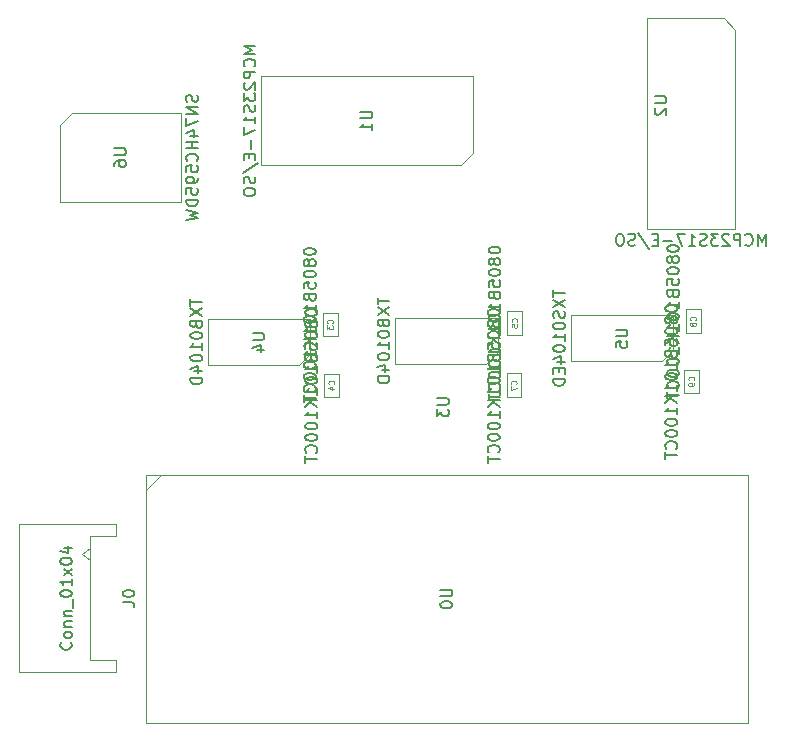
<source format=gbr>
%TF.GenerationSoftware,KiCad,Pcbnew,(5.1.9)-1*%
%TF.CreationDate,2021-05-02T00:53:09+10:00*%
%TF.ProjectId,RedPyKeeb_MCU,52656450-794b-4656-9562-5f4d43552e6b,rev?*%
%TF.SameCoordinates,Original*%
%TF.FileFunction,Other,Fab,Bot*%
%FSLAX46Y46*%
G04 Gerber Fmt 4.6, Leading zero omitted, Abs format (unit mm)*
G04 Created by KiCad (PCBNEW (5.1.9)-1) date 2021-05-02 00:53:09*
%MOMM*%
%LPD*%
G01*
G04 APERTURE LIST*
%ADD10C,0.120000*%
%ADD11C,0.100000*%
%ADD12C,0.150000*%
%ADD13C,0.080000*%
G04 APERTURE END LIST*
D10*
%TO.C,U0*%
X63558600Y-80479900D02*
X62258600Y-81779900D01*
X113258600Y-80479900D02*
X62258600Y-80479900D01*
X113258600Y-101479900D02*
X113258600Y-80479900D01*
X62258600Y-101479900D02*
X113258600Y-101479900D01*
X62258600Y-80479900D02*
X62258600Y-101479900D01*
D11*
%TO.C,U2*%
X112195300Y-42799200D02*
X111195300Y-41799200D01*
X112195300Y-59699200D02*
X112195300Y-42799200D01*
X104695300Y-59699200D02*
X112195300Y-59699200D01*
X104695300Y-41799200D02*
X104695300Y-59699200D01*
X111195300Y-41799200D02*
X104695300Y-41799200D01*
%TO.C,J0*%
X56860493Y-87187400D02*
X57567600Y-87687400D01*
X57567600Y-86687400D02*
X56860493Y-87187400D01*
X57567600Y-96187400D02*
X57567600Y-85687400D01*
X59767600Y-96187400D02*
X57567600Y-96187400D01*
X59767600Y-97187400D02*
X59767600Y-96187400D01*
X51567600Y-97187400D02*
X59767600Y-97187400D01*
X51567600Y-84687400D02*
X51567600Y-97187400D01*
X59767600Y-84687400D02*
X51567600Y-84687400D01*
X59767600Y-85687400D02*
X59767600Y-84687400D01*
X57567600Y-85687400D02*
X59767600Y-85687400D01*
%TO.C,U1*%
X88950600Y-54270600D02*
X89950600Y-53270600D01*
X72050600Y-54270600D02*
X88950600Y-54270600D01*
X72050600Y-46770600D02*
X72050600Y-54270600D01*
X89950600Y-46770600D02*
X72050600Y-46770600D01*
X89950600Y-53270600D02*
X89950600Y-46770600D01*
%TO.C,U3*%
X91081600Y-71114200D02*
X92056600Y-70139200D01*
X83406600Y-71114200D02*
X91081600Y-71114200D01*
X83406600Y-67214200D02*
X83406600Y-71114200D01*
X92056600Y-67214200D02*
X83406600Y-67214200D01*
X92056600Y-70139200D02*
X92056600Y-67214200D01*
%TO.C,C5*%
X92897800Y-66640200D02*
X92897800Y-68640200D01*
X94147800Y-66640200D02*
X92897800Y-66640200D01*
X94147800Y-68640200D02*
X94147800Y-66640200D01*
X92897800Y-68640200D02*
X94147800Y-68640200D01*
%TO.C,C7*%
X92834300Y-71910700D02*
X92834300Y-73910700D01*
X94084300Y-71910700D02*
X92834300Y-71910700D01*
X94084300Y-73910700D02*
X94084300Y-71910700D01*
X92834300Y-73910700D02*
X94084300Y-73910700D01*
%TO.C,C3*%
X77264100Y-66767200D02*
X77264100Y-68767200D01*
X78514100Y-66767200D02*
X77264100Y-66767200D01*
X78514100Y-68767200D02*
X78514100Y-66767200D01*
X77264100Y-68767200D02*
X78514100Y-68767200D01*
%TO.C,C4*%
X77391100Y-73923400D02*
X78641100Y-73923400D01*
X78641100Y-73923400D02*
X78641100Y-71923400D01*
X78641100Y-71923400D02*
X77391100Y-71923400D01*
X77391100Y-71923400D02*
X77391100Y-73923400D01*
%TO.C,C8*%
X108010800Y-68487800D02*
X109260800Y-68487800D01*
X109260800Y-68487800D02*
X109260800Y-66487800D01*
X109260800Y-66487800D02*
X108010800Y-66487800D01*
X108010800Y-66487800D02*
X108010800Y-68487800D01*
%TO.C,C9*%
X107871100Y-71593200D02*
X107871100Y-73593200D01*
X109121100Y-71593200D02*
X107871100Y-71593200D01*
X109121100Y-73593200D02*
X109121100Y-71593200D01*
X107871100Y-73593200D02*
X109121100Y-73593200D01*
%TO.C,U4*%
X75232000Y-71215800D02*
X76207000Y-70240800D01*
X67557000Y-71215800D02*
X75232000Y-71215800D01*
X67557000Y-67315800D02*
X67557000Y-71215800D01*
X76207000Y-67315800D02*
X67557000Y-67315800D01*
X76207000Y-70240800D02*
X76207000Y-67315800D01*
%TO.C,U5*%
X106928300Y-69923300D02*
X106928300Y-66998300D01*
X106928300Y-66998300D02*
X98278300Y-66998300D01*
X98278300Y-66998300D02*
X98278300Y-70898300D01*
X98278300Y-70898300D02*
X105953300Y-70898300D01*
X105953300Y-70898300D02*
X106928300Y-69923300D01*
%TO.C,U6*%
X55999301Y-49880801D02*
X54999301Y-50880801D01*
X65299301Y-49880801D02*
X55999301Y-49880801D01*
X65299301Y-57380801D02*
X65299301Y-49880801D01*
X54999301Y-57380801D02*
X65299301Y-57380801D01*
X54999301Y-50880801D02*
X54999301Y-57380801D01*
%TD*%
%TO.C,U0*%
D12*
X87210980Y-90217995D02*
X88020504Y-90217995D01*
X88115742Y-90265614D01*
X88163361Y-90313233D01*
X88210980Y-90408471D01*
X88210980Y-90598947D01*
X88163361Y-90694185D01*
X88115742Y-90741804D01*
X88020504Y-90789423D01*
X87210980Y-90789423D01*
X87210980Y-91456090D02*
X87210980Y-91551328D01*
X87258600Y-91646566D01*
X87306219Y-91694185D01*
X87401457Y-91741804D01*
X87591933Y-91789423D01*
X87830028Y-91789423D01*
X88020504Y-91741804D01*
X88115742Y-91694185D01*
X88163361Y-91646566D01*
X88210980Y-91551328D01*
X88210980Y-91456090D01*
X88163361Y-91360852D01*
X88115742Y-91313233D01*
X88020504Y-91265614D01*
X87830028Y-91217995D01*
X87591933Y-91217995D01*
X87401457Y-91265614D01*
X87306219Y-91313233D01*
X87258600Y-91360852D01*
X87210980Y-91456090D01*
%TO.C,U2*%
X114754823Y-61101580D02*
X114754823Y-60101580D01*
X114421490Y-60815866D01*
X114088157Y-60101580D01*
X114088157Y-61101580D01*
X113040538Y-61006342D02*
X113088157Y-61053961D01*
X113231014Y-61101580D01*
X113326252Y-61101580D01*
X113469109Y-61053961D01*
X113564347Y-60958723D01*
X113611966Y-60863485D01*
X113659585Y-60673009D01*
X113659585Y-60530152D01*
X113611966Y-60339676D01*
X113564347Y-60244438D01*
X113469109Y-60149200D01*
X113326252Y-60101580D01*
X113231014Y-60101580D01*
X113088157Y-60149200D01*
X113040538Y-60196819D01*
X112611966Y-61101580D02*
X112611966Y-60101580D01*
X112231014Y-60101580D01*
X112135776Y-60149200D01*
X112088157Y-60196819D01*
X112040538Y-60292057D01*
X112040538Y-60434914D01*
X112088157Y-60530152D01*
X112135776Y-60577771D01*
X112231014Y-60625390D01*
X112611966Y-60625390D01*
X111659585Y-60196819D02*
X111611966Y-60149200D01*
X111516728Y-60101580D01*
X111278633Y-60101580D01*
X111183395Y-60149200D01*
X111135776Y-60196819D01*
X111088157Y-60292057D01*
X111088157Y-60387295D01*
X111135776Y-60530152D01*
X111707204Y-61101580D01*
X111088157Y-61101580D01*
X110754823Y-60101580D02*
X110135776Y-60101580D01*
X110469109Y-60482533D01*
X110326252Y-60482533D01*
X110231014Y-60530152D01*
X110183395Y-60577771D01*
X110135776Y-60673009D01*
X110135776Y-60911104D01*
X110183395Y-61006342D01*
X110231014Y-61053961D01*
X110326252Y-61101580D01*
X110611966Y-61101580D01*
X110707204Y-61053961D01*
X110754823Y-61006342D01*
X109754823Y-61053961D02*
X109611966Y-61101580D01*
X109373871Y-61101580D01*
X109278633Y-61053961D01*
X109231014Y-61006342D01*
X109183395Y-60911104D01*
X109183395Y-60815866D01*
X109231014Y-60720628D01*
X109278633Y-60673009D01*
X109373871Y-60625390D01*
X109564347Y-60577771D01*
X109659585Y-60530152D01*
X109707204Y-60482533D01*
X109754823Y-60387295D01*
X109754823Y-60292057D01*
X109707204Y-60196819D01*
X109659585Y-60149200D01*
X109564347Y-60101580D01*
X109326252Y-60101580D01*
X109183395Y-60149200D01*
X108231014Y-61101580D02*
X108802442Y-61101580D01*
X108516728Y-61101580D02*
X108516728Y-60101580D01*
X108611966Y-60244438D01*
X108707204Y-60339676D01*
X108802442Y-60387295D01*
X107897680Y-60101580D02*
X107231014Y-60101580D01*
X107659585Y-61101580D01*
X106850061Y-60720628D02*
X106088157Y-60720628D01*
X105611966Y-60577771D02*
X105278633Y-60577771D01*
X105135776Y-61101580D02*
X105611966Y-61101580D01*
X105611966Y-60101580D01*
X105135776Y-60101580D01*
X103992919Y-60053961D02*
X104850061Y-61339676D01*
X103707204Y-61053961D02*
X103564347Y-61101580D01*
X103326252Y-61101580D01*
X103231014Y-61053961D01*
X103183395Y-61006342D01*
X103135776Y-60911104D01*
X103135776Y-60815866D01*
X103183395Y-60720628D01*
X103231014Y-60673009D01*
X103326252Y-60625390D01*
X103516728Y-60577771D01*
X103611966Y-60530152D01*
X103659585Y-60482533D01*
X103707204Y-60387295D01*
X103707204Y-60292057D01*
X103659585Y-60196819D01*
X103611966Y-60149200D01*
X103516728Y-60101580D01*
X103278633Y-60101580D01*
X103135776Y-60149200D01*
X102516728Y-60101580D02*
X102326252Y-60101580D01*
X102231014Y-60149200D01*
X102135776Y-60244438D01*
X102088157Y-60434914D01*
X102088157Y-60768247D01*
X102135776Y-60958723D01*
X102231014Y-61053961D01*
X102326252Y-61101580D01*
X102516728Y-61101580D01*
X102611966Y-61053961D01*
X102707204Y-60958723D01*
X102754823Y-60768247D01*
X102754823Y-60434914D01*
X102707204Y-60244438D01*
X102611966Y-60149200D01*
X102516728Y-60101580D01*
X105357680Y-48463295D02*
X106167204Y-48463295D01*
X106262442Y-48510914D01*
X106310061Y-48558533D01*
X106357680Y-48653771D01*
X106357680Y-48844247D01*
X106310061Y-48939485D01*
X106262442Y-48987104D01*
X106167204Y-49034723D01*
X105357680Y-49034723D01*
X105452919Y-49463295D02*
X105405300Y-49510914D01*
X105357680Y-49606152D01*
X105357680Y-49844247D01*
X105405300Y-49939485D01*
X105452919Y-49987104D01*
X105548157Y-50034723D01*
X105643395Y-50034723D01*
X105786252Y-49987104D01*
X106357680Y-49415676D01*
X106357680Y-50034723D01*
%TO.C,J0*%
X55924742Y-94675495D02*
X55972361Y-94723114D01*
X56019980Y-94865971D01*
X56019980Y-94961209D01*
X55972361Y-95104066D01*
X55877123Y-95199304D01*
X55781885Y-95246923D01*
X55591409Y-95294542D01*
X55448552Y-95294542D01*
X55258076Y-95246923D01*
X55162838Y-95199304D01*
X55067600Y-95104066D01*
X55019980Y-94961209D01*
X55019980Y-94865971D01*
X55067600Y-94723114D01*
X55115219Y-94675495D01*
X56019980Y-94104066D02*
X55972361Y-94199304D01*
X55924742Y-94246923D01*
X55829504Y-94294542D01*
X55543790Y-94294542D01*
X55448552Y-94246923D01*
X55400933Y-94199304D01*
X55353314Y-94104066D01*
X55353314Y-93961209D01*
X55400933Y-93865971D01*
X55448552Y-93818352D01*
X55543790Y-93770733D01*
X55829504Y-93770733D01*
X55924742Y-93818352D01*
X55972361Y-93865971D01*
X56019980Y-93961209D01*
X56019980Y-94104066D01*
X55353314Y-93342161D02*
X56019980Y-93342161D01*
X55448552Y-93342161D02*
X55400933Y-93294542D01*
X55353314Y-93199304D01*
X55353314Y-93056447D01*
X55400933Y-92961209D01*
X55496171Y-92913590D01*
X56019980Y-92913590D01*
X55353314Y-92437400D02*
X56019980Y-92437400D01*
X55448552Y-92437400D02*
X55400933Y-92389780D01*
X55353314Y-92294542D01*
X55353314Y-92151685D01*
X55400933Y-92056447D01*
X55496171Y-92008828D01*
X56019980Y-92008828D01*
X56115219Y-91770733D02*
X56115219Y-91008828D01*
X55019980Y-90580257D02*
X55019980Y-90485019D01*
X55067600Y-90389780D01*
X55115219Y-90342161D01*
X55210457Y-90294542D01*
X55400933Y-90246923D01*
X55639028Y-90246923D01*
X55829504Y-90294542D01*
X55924742Y-90342161D01*
X55972361Y-90389780D01*
X56019980Y-90485019D01*
X56019980Y-90580257D01*
X55972361Y-90675495D01*
X55924742Y-90723114D01*
X55829504Y-90770733D01*
X55639028Y-90818352D01*
X55400933Y-90818352D01*
X55210457Y-90770733D01*
X55115219Y-90723114D01*
X55067600Y-90675495D01*
X55019980Y-90580257D01*
X56019980Y-89294542D02*
X56019980Y-89865971D01*
X56019980Y-89580257D02*
X55019980Y-89580257D01*
X55162838Y-89675495D01*
X55258076Y-89770733D01*
X55305695Y-89865971D01*
X56019980Y-88961209D02*
X55353314Y-88437400D01*
X55353314Y-88961209D02*
X56019980Y-88437400D01*
X55019980Y-87865971D02*
X55019980Y-87770733D01*
X55067600Y-87675495D01*
X55115219Y-87627876D01*
X55210457Y-87580257D01*
X55400933Y-87532638D01*
X55639028Y-87532638D01*
X55829504Y-87580257D01*
X55924742Y-87627876D01*
X55972361Y-87675495D01*
X56019980Y-87770733D01*
X56019980Y-87865971D01*
X55972361Y-87961209D01*
X55924742Y-88008828D01*
X55829504Y-88056447D01*
X55639028Y-88104066D01*
X55400933Y-88104066D01*
X55210457Y-88056447D01*
X55115219Y-88008828D01*
X55067600Y-87961209D01*
X55019980Y-87865971D01*
X55353314Y-86675495D02*
X56019980Y-86675495D01*
X54972361Y-86913590D02*
X55686647Y-87151685D01*
X55686647Y-86532638D01*
X60319980Y-91270733D02*
X61034266Y-91270733D01*
X61177123Y-91318352D01*
X61272361Y-91413590D01*
X61319980Y-91556447D01*
X61319980Y-91651685D01*
X60319980Y-90604066D02*
X60319980Y-90508828D01*
X60367600Y-90413590D01*
X60415219Y-90365971D01*
X60510457Y-90318352D01*
X60700933Y-90270733D01*
X60939028Y-90270733D01*
X61129504Y-90318352D01*
X61224742Y-90365971D01*
X61272361Y-90413590D01*
X61319980Y-90508828D01*
X61319980Y-90604066D01*
X61272361Y-90699304D01*
X61224742Y-90746923D01*
X61129504Y-90794542D01*
X60939028Y-90842161D01*
X60700933Y-90842161D01*
X60510457Y-90794542D01*
X60415219Y-90746923D01*
X60367600Y-90699304D01*
X60319980Y-90604066D01*
%TO.C,U1*%
X71552980Y-44211076D02*
X70552980Y-44211076D01*
X71267266Y-44544409D01*
X70552980Y-44877742D01*
X71552980Y-44877742D01*
X71457742Y-45925361D02*
X71505361Y-45877742D01*
X71552980Y-45734885D01*
X71552980Y-45639647D01*
X71505361Y-45496790D01*
X71410123Y-45401552D01*
X71314885Y-45353933D01*
X71124409Y-45306314D01*
X70981552Y-45306314D01*
X70791076Y-45353933D01*
X70695838Y-45401552D01*
X70600600Y-45496790D01*
X70552980Y-45639647D01*
X70552980Y-45734885D01*
X70600600Y-45877742D01*
X70648219Y-45925361D01*
X71552980Y-46353933D02*
X70552980Y-46353933D01*
X70552980Y-46734885D01*
X70600600Y-46830123D01*
X70648219Y-46877742D01*
X70743457Y-46925361D01*
X70886314Y-46925361D01*
X70981552Y-46877742D01*
X71029171Y-46830123D01*
X71076790Y-46734885D01*
X71076790Y-46353933D01*
X70648219Y-47306314D02*
X70600600Y-47353933D01*
X70552980Y-47449171D01*
X70552980Y-47687266D01*
X70600600Y-47782504D01*
X70648219Y-47830123D01*
X70743457Y-47877742D01*
X70838695Y-47877742D01*
X70981552Y-47830123D01*
X71552980Y-47258695D01*
X71552980Y-47877742D01*
X70552980Y-48211076D02*
X70552980Y-48830123D01*
X70933933Y-48496790D01*
X70933933Y-48639647D01*
X70981552Y-48734885D01*
X71029171Y-48782504D01*
X71124409Y-48830123D01*
X71362504Y-48830123D01*
X71457742Y-48782504D01*
X71505361Y-48734885D01*
X71552980Y-48639647D01*
X71552980Y-48353933D01*
X71505361Y-48258695D01*
X71457742Y-48211076D01*
X71505361Y-49211076D02*
X71552980Y-49353933D01*
X71552980Y-49592028D01*
X71505361Y-49687266D01*
X71457742Y-49734885D01*
X71362504Y-49782504D01*
X71267266Y-49782504D01*
X71172028Y-49734885D01*
X71124409Y-49687266D01*
X71076790Y-49592028D01*
X71029171Y-49401552D01*
X70981552Y-49306314D01*
X70933933Y-49258695D01*
X70838695Y-49211076D01*
X70743457Y-49211076D01*
X70648219Y-49258695D01*
X70600600Y-49306314D01*
X70552980Y-49401552D01*
X70552980Y-49639647D01*
X70600600Y-49782504D01*
X71552980Y-50734885D02*
X71552980Y-50163457D01*
X71552980Y-50449171D02*
X70552980Y-50449171D01*
X70695838Y-50353933D01*
X70791076Y-50258695D01*
X70838695Y-50163457D01*
X70552980Y-51068219D02*
X70552980Y-51734885D01*
X71552980Y-51306314D01*
X71172028Y-52115838D02*
X71172028Y-52877742D01*
X71029171Y-53353933D02*
X71029171Y-53687266D01*
X71552980Y-53830123D02*
X71552980Y-53353933D01*
X70552980Y-53353933D01*
X70552980Y-53830123D01*
X70505361Y-54972980D02*
X71791076Y-54115838D01*
X71505361Y-55258695D02*
X71552980Y-55401552D01*
X71552980Y-55639647D01*
X71505361Y-55734885D01*
X71457742Y-55782504D01*
X71362504Y-55830123D01*
X71267266Y-55830123D01*
X71172028Y-55782504D01*
X71124409Y-55734885D01*
X71076790Y-55639647D01*
X71029171Y-55449171D01*
X70981552Y-55353933D01*
X70933933Y-55306314D01*
X70838695Y-55258695D01*
X70743457Y-55258695D01*
X70648219Y-55306314D01*
X70600600Y-55353933D01*
X70552980Y-55449171D01*
X70552980Y-55687266D01*
X70600600Y-55830123D01*
X70552980Y-56449171D02*
X70552980Y-56639647D01*
X70600600Y-56734885D01*
X70695838Y-56830123D01*
X70886314Y-56877742D01*
X71219647Y-56877742D01*
X71410123Y-56830123D01*
X71505361Y-56734885D01*
X71552980Y-56639647D01*
X71552980Y-56449171D01*
X71505361Y-56353933D01*
X71410123Y-56258695D01*
X71219647Y-56211076D01*
X70886314Y-56211076D01*
X70695838Y-56258695D01*
X70600600Y-56353933D01*
X70552980Y-56449171D01*
X80452980Y-49758695D02*
X81262504Y-49758695D01*
X81357742Y-49806314D01*
X81405361Y-49853933D01*
X81452980Y-49949171D01*
X81452980Y-50139647D01*
X81405361Y-50234885D01*
X81357742Y-50282504D01*
X81262504Y-50330123D01*
X80452980Y-50330123D01*
X81452980Y-51330123D02*
X81452980Y-50758695D01*
X81452980Y-51044409D02*
X80452980Y-51044409D01*
X80595838Y-50949171D01*
X80691076Y-50853933D01*
X80738695Y-50758695D01*
%TO.C,U3*%
X81903980Y-65497533D02*
X81903980Y-66068961D01*
X82903980Y-65783247D02*
X81903980Y-65783247D01*
X81903980Y-66307057D02*
X82903980Y-66973723D01*
X81903980Y-66973723D02*
X82903980Y-66307057D01*
X82380171Y-67688009D02*
X82427790Y-67830866D01*
X82475409Y-67878485D01*
X82570647Y-67926104D01*
X82713504Y-67926104D01*
X82808742Y-67878485D01*
X82856361Y-67830866D01*
X82903980Y-67735628D01*
X82903980Y-67354676D01*
X81903980Y-67354676D01*
X81903980Y-67688009D01*
X81951600Y-67783247D01*
X81999219Y-67830866D01*
X82094457Y-67878485D01*
X82189695Y-67878485D01*
X82284933Y-67830866D01*
X82332552Y-67783247D01*
X82380171Y-67688009D01*
X82380171Y-67354676D01*
X81903980Y-68545152D02*
X81903980Y-68640390D01*
X81951600Y-68735628D01*
X81999219Y-68783247D01*
X82094457Y-68830866D01*
X82284933Y-68878485D01*
X82523028Y-68878485D01*
X82713504Y-68830866D01*
X82808742Y-68783247D01*
X82856361Y-68735628D01*
X82903980Y-68640390D01*
X82903980Y-68545152D01*
X82856361Y-68449914D01*
X82808742Y-68402295D01*
X82713504Y-68354676D01*
X82523028Y-68307057D01*
X82284933Y-68307057D01*
X82094457Y-68354676D01*
X81999219Y-68402295D01*
X81951600Y-68449914D01*
X81903980Y-68545152D01*
X82903980Y-69830866D02*
X82903980Y-69259438D01*
X82903980Y-69545152D02*
X81903980Y-69545152D01*
X82046838Y-69449914D01*
X82142076Y-69354676D01*
X82189695Y-69259438D01*
X81903980Y-70449914D02*
X81903980Y-70545152D01*
X81951600Y-70640390D01*
X81999219Y-70688009D01*
X82094457Y-70735628D01*
X82284933Y-70783247D01*
X82523028Y-70783247D01*
X82713504Y-70735628D01*
X82808742Y-70688009D01*
X82856361Y-70640390D01*
X82903980Y-70545152D01*
X82903980Y-70449914D01*
X82856361Y-70354676D01*
X82808742Y-70307057D01*
X82713504Y-70259438D01*
X82523028Y-70211819D01*
X82284933Y-70211819D01*
X82094457Y-70259438D01*
X81999219Y-70307057D01*
X81951600Y-70354676D01*
X81903980Y-70449914D01*
X82237314Y-71640390D02*
X82903980Y-71640390D01*
X81856361Y-71402295D02*
X82570647Y-71164200D01*
X82570647Y-71783247D01*
X82903980Y-72164200D02*
X81903980Y-72164200D01*
X81903980Y-72402295D01*
X81951600Y-72545152D01*
X82046838Y-72640390D01*
X82142076Y-72688009D01*
X82332552Y-72735628D01*
X82475409Y-72735628D01*
X82665885Y-72688009D01*
X82761123Y-72640390D01*
X82856361Y-72545152D01*
X82903980Y-72402295D01*
X82903980Y-72164200D01*
X86940933Y-74005533D02*
X87734266Y-74005533D01*
X87827600Y-74052200D01*
X87874266Y-74098866D01*
X87920933Y-74192200D01*
X87920933Y-74378866D01*
X87874266Y-74472200D01*
X87827600Y-74518866D01*
X87734266Y-74565533D01*
X86940933Y-74565533D01*
X86940933Y-74938866D02*
X86940933Y-75545533D01*
X87314266Y-75218866D01*
X87314266Y-75358866D01*
X87360933Y-75452200D01*
X87407600Y-75498866D01*
X87500933Y-75545533D01*
X87734266Y-75545533D01*
X87827600Y-75498866D01*
X87874266Y-75452200D01*
X87920933Y-75358866D01*
X87920933Y-75078866D01*
X87874266Y-74985533D01*
X87827600Y-74938866D01*
%TO.C,C5*%
X91295180Y-61425914D02*
X91295180Y-61521152D01*
X91342800Y-61616390D01*
X91390419Y-61664009D01*
X91485657Y-61711628D01*
X91676133Y-61759247D01*
X91914228Y-61759247D01*
X92104704Y-61711628D01*
X92199942Y-61664009D01*
X92247561Y-61616390D01*
X92295180Y-61521152D01*
X92295180Y-61425914D01*
X92247561Y-61330676D01*
X92199942Y-61283057D01*
X92104704Y-61235438D01*
X91914228Y-61187819D01*
X91676133Y-61187819D01*
X91485657Y-61235438D01*
X91390419Y-61283057D01*
X91342800Y-61330676D01*
X91295180Y-61425914D01*
X91723752Y-62330676D02*
X91676133Y-62235438D01*
X91628514Y-62187819D01*
X91533276Y-62140200D01*
X91485657Y-62140200D01*
X91390419Y-62187819D01*
X91342800Y-62235438D01*
X91295180Y-62330676D01*
X91295180Y-62521152D01*
X91342800Y-62616390D01*
X91390419Y-62664009D01*
X91485657Y-62711628D01*
X91533276Y-62711628D01*
X91628514Y-62664009D01*
X91676133Y-62616390D01*
X91723752Y-62521152D01*
X91723752Y-62330676D01*
X91771371Y-62235438D01*
X91818990Y-62187819D01*
X91914228Y-62140200D01*
X92104704Y-62140200D01*
X92199942Y-62187819D01*
X92247561Y-62235438D01*
X92295180Y-62330676D01*
X92295180Y-62521152D01*
X92247561Y-62616390D01*
X92199942Y-62664009D01*
X92104704Y-62711628D01*
X91914228Y-62711628D01*
X91818990Y-62664009D01*
X91771371Y-62616390D01*
X91723752Y-62521152D01*
X91295180Y-63330676D02*
X91295180Y-63425914D01*
X91342800Y-63521152D01*
X91390419Y-63568771D01*
X91485657Y-63616390D01*
X91676133Y-63664009D01*
X91914228Y-63664009D01*
X92104704Y-63616390D01*
X92199942Y-63568771D01*
X92247561Y-63521152D01*
X92295180Y-63425914D01*
X92295180Y-63330676D01*
X92247561Y-63235438D01*
X92199942Y-63187819D01*
X92104704Y-63140200D01*
X91914228Y-63092580D01*
X91676133Y-63092580D01*
X91485657Y-63140200D01*
X91390419Y-63187819D01*
X91342800Y-63235438D01*
X91295180Y-63330676D01*
X91295180Y-64568771D02*
X91295180Y-64092580D01*
X91771371Y-64044961D01*
X91723752Y-64092580D01*
X91676133Y-64187819D01*
X91676133Y-64425914D01*
X91723752Y-64521152D01*
X91771371Y-64568771D01*
X91866609Y-64616390D01*
X92104704Y-64616390D01*
X92199942Y-64568771D01*
X92247561Y-64521152D01*
X92295180Y-64425914D01*
X92295180Y-64187819D01*
X92247561Y-64092580D01*
X92199942Y-64044961D01*
X91771371Y-65378295D02*
X91818990Y-65521152D01*
X91866609Y-65568771D01*
X91961847Y-65616390D01*
X92104704Y-65616390D01*
X92199942Y-65568771D01*
X92247561Y-65521152D01*
X92295180Y-65425914D01*
X92295180Y-65044961D01*
X91295180Y-65044961D01*
X91295180Y-65378295D01*
X91342800Y-65473533D01*
X91390419Y-65521152D01*
X91485657Y-65568771D01*
X91580895Y-65568771D01*
X91676133Y-65521152D01*
X91723752Y-65473533D01*
X91771371Y-65378295D01*
X91771371Y-65044961D01*
X92295180Y-66568771D02*
X92295180Y-65997342D01*
X92295180Y-66283057D02*
X91295180Y-66283057D01*
X91438038Y-66187819D01*
X91533276Y-66092580D01*
X91580895Y-65997342D01*
X91295180Y-67187819D02*
X91295180Y-67283057D01*
X91342800Y-67378295D01*
X91390419Y-67425914D01*
X91485657Y-67473533D01*
X91676133Y-67521152D01*
X91914228Y-67521152D01*
X92104704Y-67473533D01*
X92199942Y-67425914D01*
X92247561Y-67378295D01*
X92295180Y-67283057D01*
X92295180Y-67187819D01*
X92247561Y-67092580D01*
X92199942Y-67044961D01*
X92104704Y-66997342D01*
X91914228Y-66949723D01*
X91676133Y-66949723D01*
X91485657Y-66997342D01*
X91390419Y-67044961D01*
X91342800Y-67092580D01*
X91295180Y-67187819D01*
X92295180Y-68473533D02*
X92295180Y-67902104D01*
X92295180Y-68187819D02*
X91295180Y-68187819D01*
X91438038Y-68092580D01*
X91533276Y-67997342D01*
X91580895Y-67902104D01*
X92295180Y-68902104D02*
X91295180Y-68902104D01*
X92295180Y-69473533D02*
X91723752Y-69044961D01*
X91295180Y-69473533D02*
X91866609Y-68902104D01*
X92295180Y-70425914D02*
X92295180Y-69854485D01*
X92295180Y-70140200D02*
X91295180Y-70140200D01*
X91438038Y-70044961D01*
X91533276Y-69949723D01*
X91580895Y-69854485D01*
X91295180Y-71044961D02*
X91295180Y-71140200D01*
X91342800Y-71235438D01*
X91390419Y-71283057D01*
X91485657Y-71330676D01*
X91676133Y-71378295D01*
X91914228Y-71378295D01*
X92104704Y-71330676D01*
X92199942Y-71283057D01*
X92247561Y-71235438D01*
X92295180Y-71140200D01*
X92295180Y-71044961D01*
X92247561Y-70949723D01*
X92199942Y-70902104D01*
X92104704Y-70854485D01*
X91914228Y-70806866D01*
X91676133Y-70806866D01*
X91485657Y-70854485D01*
X91390419Y-70902104D01*
X91342800Y-70949723D01*
X91295180Y-71044961D01*
X91295180Y-71997342D02*
X91295180Y-72092580D01*
X91342800Y-72187819D01*
X91390419Y-72235438D01*
X91485657Y-72283057D01*
X91676133Y-72330676D01*
X91914228Y-72330676D01*
X92104704Y-72283057D01*
X92199942Y-72235438D01*
X92247561Y-72187819D01*
X92295180Y-72092580D01*
X92295180Y-71997342D01*
X92247561Y-71902104D01*
X92199942Y-71854485D01*
X92104704Y-71806866D01*
X91914228Y-71759247D01*
X91676133Y-71759247D01*
X91485657Y-71806866D01*
X91390419Y-71854485D01*
X91342800Y-71902104D01*
X91295180Y-71997342D01*
X92199942Y-73330676D02*
X92247561Y-73283057D01*
X92295180Y-73140200D01*
X92295180Y-73044961D01*
X92247561Y-72902104D01*
X92152323Y-72806866D01*
X92057085Y-72759247D01*
X91866609Y-72711628D01*
X91723752Y-72711628D01*
X91533276Y-72759247D01*
X91438038Y-72806866D01*
X91342800Y-72902104D01*
X91295180Y-73044961D01*
X91295180Y-73140200D01*
X91342800Y-73283057D01*
X91390419Y-73330676D01*
X91295180Y-73616390D02*
X91295180Y-74187819D01*
X92295180Y-73902104D02*
X91295180Y-73902104D01*
D13*
X93701371Y-67556866D02*
X93725180Y-67533057D01*
X93748990Y-67461628D01*
X93748990Y-67414009D01*
X93725180Y-67342580D01*
X93677561Y-67294961D01*
X93629942Y-67271152D01*
X93534704Y-67247342D01*
X93463276Y-67247342D01*
X93368038Y-67271152D01*
X93320419Y-67294961D01*
X93272800Y-67342580D01*
X93248990Y-67414009D01*
X93248990Y-67461628D01*
X93272800Y-67533057D01*
X93296609Y-67556866D01*
X93248990Y-68009247D02*
X93248990Y-67771152D01*
X93487085Y-67747342D01*
X93463276Y-67771152D01*
X93439466Y-67818771D01*
X93439466Y-67937819D01*
X93463276Y-67985438D01*
X93487085Y-68009247D01*
X93534704Y-68033057D01*
X93653752Y-68033057D01*
X93701371Y-68009247D01*
X93725180Y-67985438D01*
X93748990Y-67937819D01*
X93748990Y-67818771D01*
X93725180Y-67771152D01*
X93701371Y-67747342D01*
%TO.C,C7*%
D12*
X91231680Y-66696414D02*
X91231680Y-66791652D01*
X91279300Y-66886890D01*
X91326919Y-66934509D01*
X91422157Y-66982128D01*
X91612633Y-67029747D01*
X91850728Y-67029747D01*
X92041204Y-66982128D01*
X92136442Y-66934509D01*
X92184061Y-66886890D01*
X92231680Y-66791652D01*
X92231680Y-66696414D01*
X92184061Y-66601176D01*
X92136442Y-66553557D01*
X92041204Y-66505938D01*
X91850728Y-66458319D01*
X91612633Y-66458319D01*
X91422157Y-66505938D01*
X91326919Y-66553557D01*
X91279300Y-66601176D01*
X91231680Y-66696414D01*
X91660252Y-67601176D02*
X91612633Y-67505938D01*
X91565014Y-67458319D01*
X91469776Y-67410700D01*
X91422157Y-67410700D01*
X91326919Y-67458319D01*
X91279300Y-67505938D01*
X91231680Y-67601176D01*
X91231680Y-67791652D01*
X91279300Y-67886890D01*
X91326919Y-67934509D01*
X91422157Y-67982128D01*
X91469776Y-67982128D01*
X91565014Y-67934509D01*
X91612633Y-67886890D01*
X91660252Y-67791652D01*
X91660252Y-67601176D01*
X91707871Y-67505938D01*
X91755490Y-67458319D01*
X91850728Y-67410700D01*
X92041204Y-67410700D01*
X92136442Y-67458319D01*
X92184061Y-67505938D01*
X92231680Y-67601176D01*
X92231680Y-67791652D01*
X92184061Y-67886890D01*
X92136442Y-67934509D01*
X92041204Y-67982128D01*
X91850728Y-67982128D01*
X91755490Y-67934509D01*
X91707871Y-67886890D01*
X91660252Y-67791652D01*
X91231680Y-68601176D02*
X91231680Y-68696414D01*
X91279300Y-68791652D01*
X91326919Y-68839271D01*
X91422157Y-68886890D01*
X91612633Y-68934509D01*
X91850728Y-68934509D01*
X92041204Y-68886890D01*
X92136442Y-68839271D01*
X92184061Y-68791652D01*
X92231680Y-68696414D01*
X92231680Y-68601176D01*
X92184061Y-68505938D01*
X92136442Y-68458319D01*
X92041204Y-68410700D01*
X91850728Y-68363080D01*
X91612633Y-68363080D01*
X91422157Y-68410700D01*
X91326919Y-68458319D01*
X91279300Y-68505938D01*
X91231680Y-68601176D01*
X91231680Y-69839271D02*
X91231680Y-69363080D01*
X91707871Y-69315461D01*
X91660252Y-69363080D01*
X91612633Y-69458319D01*
X91612633Y-69696414D01*
X91660252Y-69791652D01*
X91707871Y-69839271D01*
X91803109Y-69886890D01*
X92041204Y-69886890D01*
X92136442Y-69839271D01*
X92184061Y-69791652D01*
X92231680Y-69696414D01*
X92231680Y-69458319D01*
X92184061Y-69363080D01*
X92136442Y-69315461D01*
X91707871Y-70648795D02*
X91755490Y-70791652D01*
X91803109Y-70839271D01*
X91898347Y-70886890D01*
X92041204Y-70886890D01*
X92136442Y-70839271D01*
X92184061Y-70791652D01*
X92231680Y-70696414D01*
X92231680Y-70315461D01*
X91231680Y-70315461D01*
X91231680Y-70648795D01*
X91279300Y-70744033D01*
X91326919Y-70791652D01*
X91422157Y-70839271D01*
X91517395Y-70839271D01*
X91612633Y-70791652D01*
X91660252Y-70744033D01*
X91707871Y-70648795D01*
X91707871Y-70315461D01*
X92231680Y-71839271D02*
X92231680Y-71267842D01*
X92231680Y-71553557D02*
X91231680Y-71553557D01*
X91374538Y-71458319D01*
X91469776Y-71363080D01*
X91517395Y-71267842D01*
X91231680Y-72458319D02*
X91231680Y-72553557D01*
X91279300Y-72648795D01*
X91326919Y-72696414D01*
X91422157Y-72744033D01*
X91612633Y-72791652D01*
X91850728Y-72791652D01*
X92041204Y-72744033D01*
X92136442Y-72696414D01*
X92184061Y-72648795D01*
X92231680Y-72553557D01*
X92231680Y-72458319D01*
X92184061Y-72363080D01*
X92136442Y-72315461D01*
X92041204Y-72267842D01*
X91850728Y-72220223D01*
X91612633Y-72220223D01*
X91422157Y-72267842D01*
X91326919Y-72315461D01*
X91279300Y-72363080D01*
X91231680Y-72458319D01*
X92231680Y-73744033D02*
X92231680Y-73172604D01*
X92231680Y-73458319D02*
X91231680Y-73458319D01*
X91374538Y-73363080D01*
X91469776Y-73267842D01*
X91517395Y-73172604D01*
X92231680Y-74172604D02*
X91231680Y-74172604D01*
X92231680Y-74744033D02*
X91660252Y-74315461D01*
X91231680Y-74744033D02*
X91803109Y-74172604D01*
X92231680Y-75696414D02*
X92231680Y-75124985D01*
X92231680Y-75410700D02*
X91231680Y-75410700D01*
X91374538Y-75315461D01*
X91469776Y-75220223D01*
X91517395Y-75124985D01*
X91231680Y-76315461D02*
X91231680Y-76410700D01*
X91279300Y-76505938D01*
X91326919Y-76553557D01*
X91422157Y-76601176D01*
X91612633Y-76648795D01*
X91850728Y-76648795D01*
X92041204Y-76601176D01*
X92136442Y-76553557D01*
X92184061Y-76505938D01*
X92231680Y-76410700D01*
X92231680Y-76315461D01*
X92184061Y-76220223D01*
X92136442Y-76172604D01*
X92041204Y-76124985D01*
X91850728Y-76077366D01*
X91612633Y-76077366D01*
X91422157Y-76124985D01*
X91326919Y-76172604D01*
X91279300Y-76220223D01*
X91231680Y-76315461D01*
X91231680Y-77267842D02*
X91231680Y-77363080D01*
X91279300Y-77458319D01*
X91326919Y-77505938D01*
X91422157Y-77553557D01*
X91612633Y-77601176D01*
X91850728Y-77601176D01*
X92041204Y-77553557D01*
X92136442Y-77505938D01*
X92184061Y-77458319D01*
X92231680Y-77363080D01*
X92231680Y-77267842D01*
X92184061Y-77172604D01*
X92136442Y-77124985D01*
X92041204Y-77077366D01*
X91850728Y-77029747D01*
X91612633Y-77029747D01*
X91422157Y-77077366D01*
X91326919Y-77124985D01*
X91279300Y-77172604D01*
X91231680Y-77267842D01*
X92136442Y-78601176D02*
X92184061Y-78553557D01*
X92231680Y-78410700D01*
X92231680Y-78315461D01*
X92184061Y-78172604D01*
X92088823Y-78077366D01*
X91993585Y-78029747D01*
X91803109Y-77982128D01*
X91660252Y-77982128D01*
X91469776Y-78029747D01*
X91374538Y-78077366D01*
X91279300Y-78172604D01*
X91231680Y-78315461D01*
X91231680Y-78410700D01*
X91279300Y-78553557D01*
X91326919Y-78601176D01*
X91231680Y-78886890D02*
X91231680Y-79458319D01*
X92231680Y-79172604D02*
X91231680Y-79172604D01*
D13*
X93637871Y-72827366D02*
X93661680Y-72803557D01*
X93685490Y-72732128D01*
X93685490Y-72684509D01*
X93661680Y-72613080D01*
X93614061Y-72565461D01*
X93566442Y-72541652D01*
X93471204Y-72517842D01*
X93399776Y-72517842D01*
X93304538Y-72541652D01*
X93256919Y-72565461D01*
X93209300Y-72613080D01*
X93185490Y-72684509D01*
X93185490Y-72732128D01*
X93209300Y-72803557D01*
X93233109Y-72827366D01*
X93185490Y-72994033D02*
X93185490Y-73327366D01*
X93685490Y-73113080D01*
%TO.C,C3*%
D12*
X75661480Y-61552914D02*
X75661480Y-61648152D01*
X75709100Y-61743390D01*
X75756719Y-61791009D01*
X75851957Y-61838628D01*
X76042433Y-61886247D01*
X76280528Y-61886247D01*
X76471004Y-61838628D01*
X76566242Y-61791009D01*
X76613861Y-61743390D01*
X76661480Y-61648152D01*
X76661480Y-61552914D01*
X76613861Y-61457676D01*
X76566242Y-61410057D01*
X76471004Y-61362438D01*
X76280528Y-61314819D01*
X76042433Y-61314819D01*
X75851957Y-61362438D01*
X75756719Y-61410057D01*
X75709100Y-61457676D01*
X75661480Y-61552914D01*
X76090052Y-62457676D02*
X76042433Y-62362438D01*
X75994814Y-62314819D01*
X75899576Y-62267200D01*
X75851957Y-62267200D01*
X75756719Y-62314819D01*
X75709100Y-62362438D01*
X75661480Y-62457676D01*
X75661480Y-62648152D01*
X75709100Y-62743390D01*
X75756719Y-62791009D01*
X75851957Y-62838628D01*
X75899576Y-62838628D01*
X75994814Y-62791009D01*
X76042433Y-62743390D01*
X76090052Y-62648152D01*
X76090052Y-62457676D01*
X76137671Y-62362438D01*
X76185290Y-62314819D01*
X76280528Y-62267200D01*
X76471004Y-62267200D01*
X76566242Y-62314819D01*
X76613861Y-62362438D01*
X76661480Y-62457676D01*
X76661480Y-62648152D01*
X76613861Y-62743390D01*
X76566242Y-62791009D01*
X76471004Y-62838628D01*
X76280528Y-62838628D01*
X76185290Y-62791009D01*
X76137671Y-62743390D01*
X76090052Y-62648152D01*
X75661480Y-63457676D02*
X75661480Y-63552914D01*
X75709100Y-63648152D01*
X75756719Y-63695771D01*
X75851957Y-63743390D01*
X76042433Y-63791009D01*
X76280528Y-63791009D01*
X76471004Y-63743390D01*
X76566242Y-63695771D01*
X76613861Y-63648152D01*
X76661480Y-63552914D01*
X76661480Y-63457676D01*
X76613861Y-63362438D01*
X76566242Y-63314819D01*
X76471004Y-63267200D01*
X76280528Y-63219580D01*
X76042433Y-63219580D01*
X75851957Y-63267200D01*
X75756719Y-63314819D01*
X75709100Y-63362438D01*
X75661480Y-63457676D01*
X75661480Y-64695771D02*
X75661480Y-64219580D01*
X76137671Y-64171961D01*
X76090052Y-64219580D01*
X76042433Y-64314819D01*
X76042433Y-64552914D01*
X76090052Y-64648152D01*
X76137671Y-64695771D01*
X76232909Y-64743390D01*
X76471004Y-64743390D01*
X76566242Y-64695771D01*
X76613861Y-64648152D01*
X76661480Y-64552914D01*
X76661480Y-64314819D01*
X76613861Y-64219580D01*
X76566242Y-64171961D01*
X76137671Y-65505295D02*
X76185290Y-65648152D01*
X76232909Y-65695771D01*
X76328147Y-65743390D01*
X76471004Y-65743390D01*
X76566242Y-65695771D01*
X76613861Y-65648152D01*
X76661480Y-65552914D01*
X76661480Y-65171961D01*
X75661480Y-65171961D01*
X75661480Y-65505295D01*
X75709100Y-65600533D01*
X75756719Y-65648152D01*
X75851957Y-65695771D01*
X75947195Y-65695771D01*
X76042433Y-65648152D01*
X76090052Y-65600533D01*
X76137671Y-65505295D01*
X76137671Y-65171961D01*
X76661480Y-66695771D02*
X76661480Y-66124342D01*
X76661480Y-66410057D02*
X75661480Y-66410057D01*
X75804338Y-66314819D01*
X75899576Y-66219580D01*
X75947195Y-66124342D01*
X75661480Y-67314819D02*
X75661480Y-67410057D01*
X75709100Y-67505295D01*
X75756719Y-67552914D01*
X75851957Y-67600533D01*
X76042433Y-67648152D01*
X76280528Y-67648152D01*
X76471004Y-67600533D01*
X76566242Y-67552914D01*
X76613861Y-67505295D01*
X76661480Y-67410057D01*
X76661480Y-67314819D01*
X76613861Y-67219580D01*
X76566242Y-67171961D01*
X76471004Y-67124342D01*
X76280528Y-67076723D01*
X76042433Y-67076723D01*
X75851957Y-67124342D01*
X75756719Y-67171961D01*
X75709100Y-67219580D01*
X75661480Y-67314819D01*
X76661480Y-68600533D02*
X76661480Y-68029104D01*
X76661480Y-68314819D02*
X75661480Y-68314819D01*
X75804338Y-68219580D01*
X75899576Y-68124342D01*
X75947195Y-68029104D01*
X76661480Y-69029104D02*
X75661480Y-69029104D01*
X76661480Y-69600533D02*
X76090052Y-69171961D01*
X75661480Y-69600533D02*
X76232909Y-69029104D01*
X76661480Y-70552914D02*
X76661480Y-69981485D01*
X76661480Y-70267200D02*
X75661480Y-70267200D01*
X75804338Y-70171961D01*
X75899576Y-70076723D01*
X75947195Y-69981485D01*
X75661480Y-71171961D02*
X75661480Y-71267200D01*
X75709100Y-71362438D01*
X75756719Y-71410057D01*
X75851957Y-71457676D01*
X76042433Y-71505295D01*
X76280528Y-71505295D01*
X76471004Y-71457676D01*
X76566242Y-71410057D01*
X76613861Y-71362438D01*
X76661480Y-71267200D01*
X76661480Y-71171961D01*
X76613861Y-71076723D01*
X76566242Y-71029104D01*
X76471004Y-70981485D01*
X76280528Y-70933866D01*
X76042433Y-70933866D01*
X75851957Y-70981485D01*
X75756719Y-71029104D01*
X75709100Y-71076723D01*
X75661480Y-71171961D01*
X75661480Y-72124342D02*
X75661480Y-72219580D01*
X75709100Y-72314819D01*
X75756719Y-72362438D01*
X75851957Y-72410057D01*
X76042433Y-72457676D01*
X76280528Y-72457676D01*
X76471004Y-72410057D01*
X76566242Y-72362438D01*
X76613861Y-72314819D01*
X76661480Y-72219580D01*
X76661480Y-72124342D01*
X76613861Y-72029104D01*
X76566242Y-71981485D01*
X76471004Y-71933866D01*
X76280528Y-71886247D01*
X76042433Y-71886247D01*
X75851957Y-71933866D01*
X75756719Y-71981485D01*
X75709100Y-72029104D01*
X75661480Y-72124342D01*
X76566242Y-73457676D02*
X76613861Y-73410057D01*
X76661480Y-73267200D01*
X76661480Y-73171961D01*
X76613861Y-73029104D01*
X76518623Y-72933866D01*
X76423385Y-72886247D01*
X76232909Y-72838628D01*
X76090052Y-72838628D01*
X75899576Y-72886247D01*
X75804338Y-72933866D01*
X75709100Y-73029104D01*
X75661480Y-73171961D01*
X75661480Y-73267200D01*
X75709100Y-73410057D01*
X75756719Y-73457676D01*
X75661480Y-73743390D02*
X75661480Y-74314819D01*
X76661480Y-74029104D02*
X75661480Y-74029104D01*
D13*
X78067671Y-67683866D02*
X78091480Y-67660057D01*
X78115290Y-67588628D01*
X78115290Y-67541009D01*
X78091480Y-67469580D01*
X78043861Y-67421961D01*
X77996242Y-67398152D01*
X77901004Y-67374342D01*
X77829576Y-67374342D01*
X77734338Y-67398152D01*
X77686719Y-67421961D01*
X77639100Y-67469580D01*
X77615290Y-67541009D01*
X77615290Y-67588628D01*
X77639100Y-67660057D01*
X77662909Y-67683866D01*
X77615290Y-67850533D02*
X77615290Y-68160057D01*
X77805766Y-67993390D01*
X77805766Y-68064819D01*
X77829576Y-68112438D01*
X77853385Y-68136247D01*
X77901004Y-68160057D01*
X78020052Y-68160057D01*
X78067671Y-68136247D01*
X78091480Y-68112438D01*
X78115290Y-68064819D01*
X78115290Y-67921961D01*
X78091480Y-67874342D01*
X78067671Y-67850533D01*
%TO.C,C4*%
D12*
X75788480Y-66709114D02*
X75788480Y-66804352D01*
X75836100Y-66899590D01*
X75883719Y-66947209D01*
X75978957Y-66994828D01*
X76169433Y-67042447D01*
X76407528Y-67042447D01*
X76598004Y-66994828D01*
X76693242Y-66947209D01*
X76740861Y-66899590D01*
X76788480Y-66804352D01*
X76788480Y-66709114D01*
X76740861Y-66613876D01*
X76693242Y-66566257D01*
X76598004Y-66518638D01*
X76407528Y-66471019D01*
X76169433Y-66471019D01*
X75978957Y-66518638D01*
X75883719Y-66566257D01*
X75836100Y-66613876D01*
X75788480Y-66709114D01*
X76217052Y-67613876D02*
X76169433Y-67518638D01*
X76121814Y-67471019D01*
X76026576Y-67423400D01*
X75978957Y-67423400D01*
X75883719Y-67471019D01*
X75836100Y-67518638D01*
X75788480Y-67613876D01*
X75788480Y-67804352D01*
X75836100Y-67899590D01*
X75883719Y-67947209D01*
X75978957Y-67994828D01*
X76026576Y-67994828D01*
X76121814Y-67947209D01*
X76169433Y-67899590D01*
X76217052Y-67804352D01*
X76217052Y-67613876D01*
X76264671Y-67518638D01*
X76312290Y-67471019D01*
X76407528Y-67423400D01*
X76598004Y-67423400D01*
X76693242Y-67471019D01*
X76740861Y-67518638D01*
X76788480Y-67613876D01*
X76788480Y-67804352D01*
X76740861Y-67899590D01*
X76693242Y-67947209D01*
X76598004Y-67994828D01*
X76407528Y-67994828D01*
X76312290Y-67947209D01*
X76264671Y-67899590D01*
X76217052Y-67804352D01*
X75788480Y-68613876D02*
X75788480Y-68709114D01*
X75836100Y-68804352D01*
X75883719Y-68851971D01*
X75978957Y-68899590D01*
X76169433Y-68947209D01*
X76407528Y-68947209D01*
X76598004Y-68899590D01*
X76693242Y-68851971D01*
X76740861Y-68804352D01*
X76788480Y-68709114D01*
X76788480Y-68613876D01*
X76740861Y-68518638D01*
X76693242Y-68471019D01*
X76598004Y-68423400D01*
X76407528Y-68375780D01*
X76169433Y-68375780D01*
X75978957Y-68423400D01*
X75883719Y-68471019D01*
X75836100Y-68518638D01*
X75788480Y-68613876D01*
X75788480Y-69851971D02*
X75788480Y-69375780D01*
X76264671Y-69328161D01*
X76217052Y-69375780D01*
X76169433Y-69471019D01*
X76169433Y-69709114D01*
X76217052Y-69804352D01*
X76264671Y-69851971D01*
X76359909Y-69899590D01*
X76598004Y-69899590D01*
X76693242Y-69851971D01*
X76740861Y-69804352D01*
X76788480Y-69709114D01*
X76788480Y-69471019D01*
X76740861Y-69375780D01*
X76693242Y-69328161D01*
X76264671Y-70661495D02*
X76312290Y-70804352D01*
X76359909Y-70851971D01*
X76455147Y-70899590D01*
X76598004Y-70899590D01*
X76693242Y-70851971D01*
X76740861Y-70804352D01*
X76788480Y-70709114D01*
X76788480Y-70328161D01*
X75788480Y-70328161D01*
X75788480Y-70661495D01*
X75836100Y-70756733D01*
X75883719Y-70804352D01*
X75978957Y-70851971D01*
X76074195Y-70851971D01*
X76169433Y-70804352D01*
X76217052Y-70756733D01*
X76264671Y-70661495D01*
X76264671Y-70328161D01*
X76788480Y-71851971D02*
X76788480Y-71280542D01*
X76788480Y-71566257D02*
X75788480Y-71566257D01*
X75931338Y-71471019D01*
X76026576Y-71375780D01*
X76074195Y-71280542D01*
X75788480Y-72471019D02*
X75788480Y-72566257D01*
X75836100Y-72661495D01*
X75883719Y-72709114D01*
X75978957Y-72756733D01*
X76169433Y-72804352D01*
X76407528Y-72804352D01*
X76598004Y-72756733D01*
X76693242Y-72709114D01*
X76740861Y-72661495D01*
X76788480Y-72566257D01*
X76788480Y-72471019D01*
X76740861Y-72375780D01*
X76693242Y-72328161D01*
X76598004Y-72280542D01*
X76407528Y-72232923D01*
X76169433Y-72232923D01*
X75978957Y-72280542D01*
X75883719Y-72328161D01*
X75836100Y-72375780D01*
X75788480Y-72471019D01*
X76788480Y-73756733D02*
X76788480Y-73185304D01*
X76788480Y-73471019D02*
X75788480Y-73471019D01*
X75931338Y-73375780D01*
X76026576Y-73280542D01*
X76074195Y-73185304D01*
X76788480Y-74185304D02*
X75788480Y-74185304D01*
X76788480Y-74756733D02*
X76217052Y-74328161D01*
X75788480Y-74756733D02*
X76359909Y-74185304D01*
X76788480Y-75709114D02*
X76788480Y-75137685D01*
X76788480Y-75423400D02*
X75788480Y-75423400D01*
X75931338Y-75328161D01*
X76026576Y-75232923D01*
X76074195Y-75137685D01*
X75788480Y-76328161D02*
X75788480Y-76423400D01*
X75836100Y-76518638D01*
X75883719Y-76566257D01*
X75978957Y-76613876D01*
X76169433Y-76661495D01*
X76407528Y-76661495D01*
X76598004Y-76613876D01*
X76693242Y-76566257D01*
X76740861Y-76518638D01*
X76788480Y-76423400D01*
X76788480Y-76328161D01*
X76740861Y-76232923D01*
X76693242Y-76185304D01*
X76598004Y-76137685D01*
X76407528Y-76090066D01*
X76169433Y-76090066D01*
X75978957Y-76137685D01*
X75883719Y-76185304D01*
X75836100Y-76232923D01*
X75788480Y-76328161D01*
X75788480Y-77280542D02*
X75788480Y-77375780D01*
X75836100Y-77471019D01*
X75883719Y-77518638D01*
X75978957Y-77566257D01*
X76169433Y-77613876D01*
X76407528Y-77613876D01*
X76598004Y-77566257D01*
X76693242Y-77518638D01*
X76740861Y-77471019D01*
X76788480Y-77375780D01*
X76788480Y-77280542D01*
X76740861Y-77185304D01*
X76693242Y-77137685D01*
X76598004Y-77090066D01*
X76407528Y-77042447D01*
X76169433Y-77042447D01*
X75978957Y-77090066D01*
X75883719Y-77137685D01*
X75836100Y-77185304D01*
X75788480Y-77280542D01*
X76693242Y-78613876D02*
X76740861Y-78566257D01*
X76788480Y-78423400D01*
X76788480Y-78328161D01*
X76740861Y-78185304D01*
X76645623Y-78090066D01*
X76550385Y-78042447D01*
X76359909Y-77994828D01*
X76217052Y-77994828D01*
X76026576Y-78042447D01*
X75931338Y-78090066D01*
X75836100Y-78185304D01*
X75788480Y-78328161D01*
X75788480Y-78423400D01*
X75836100Y-78566257D01*
X75883719Y-78613876D01*
X75788480Y-78899590D02*
X75788480Y-79471019D01*
X76788480Y-79185304D02*
X75788480Y-79185304D01*
D13*
X78194671Y-72840066D02*
X78218480Y-72816257D01*
X78242290Y-72744828D01*
X78242290Y-72697209D01*
X78218480Y-72625780D01*
X78170861Y-72578161D01*
X78123242Y-72554352D01*
X78028004Y-72530542D01*
X77956576Y-72530542D01*
X77861338Y-72554352D01*
X77813719Y-72578161D01*
X77766100Y-72625780D01*
X77742290Y-72697209D01*
X77742290Y-72744828D01*
X77766100Y-72816257D01*
X77789909Y-72840066D01*
X77908957Y-73268638D02*
X78242290Y-73268638D01*
X77718480Y-73149590D02*
X78075623Y-73030542D01*
X78075623Y-73340066D01*
%TO.C,C8*%
D12*
X106408180Y-61273514D02*
X106408180Y-61368752D01*
X106455800Y-61463990D01*
X106503419Y-61511609D01*
X106598657Y-61559228D01*
X106789133Y-61606847D01*
X107027228Y-61606847D01*
X107217704Y-61559228D01*
X107312942Y-61511609D01*
X107360561Y-61463990D01*
X107408180Y-61368752D01*
X107408180Y-61273514D01*
X107360561Y-61178276D01*
X107312942Y-61130657D01*
X107217704Y-61083038D01*
X107027228Y-61035419D01*
X106789133Y-61035419D01*
X106598657Y-61083038D01*
X106503419Y-61130657D01*
X106455800Y-61178276D01*
X106408180Y-61273514D01*
X106836752Y-62178276D02*
X106789133Y-62083038D01*
X106741514Y-62035419D01*
X106646276Y-61987800D01*
X106598657Y-61987800D01*
X106503419Y-62035419D01*
X106455800Y-62083038D01*
X106408180Y-62178276D01*
X106408180Y-62368752D01*
X106455800Y-62463990D01*
X106503419Y-62511609D01*
X106598657Y-62559228D01*
X106646276Y-62559228D01*
X106741514Y-62511609D01*
X106789133Y-62463990D01*
X106836752Y-62368752D01*
X106836752Y-62178276D01*
X106884371Y-62083038D01*
X106931990Y-62035419D01*
X107027228Y-61987800D01*
X107217704Y-61987800D01*
X107312942Y-62035419D01*
X107360561Y-62083038D01*
X107408180Y-62178276D01*
X107408180Y-62368752D01*
X107360561Y-62463990D01*
X107312942Y-62511609D01*
X107217704Y-62559228D01*
X107027228Y-62559228D01*
X106931990Y-62511609D01*
X106884371Y-62463990D01*
X106836752Y-62368752D01*
X106408180Y-63178276D02*
X106408180Y-63273514D01*
X106455800Y-63368752D01*
X106503419Y-63416371D01*
X106598657Y-63463990D01*
X106789133Y-63511609D01*
X107027228Y-63511609D01*
X107217704Y-63463990D01*
X107312942Y-63416371D01*
X107360561Y-63368752D01*
X107408180Y-63273514D01*
X107408180Y-63178276D01*
X107360561Y-63083038D01*
X107312942Y-63035419D01*
X107217704Y-62987800D01*
X107027228Y-62940180D01*
X106789133Y-62940180D01*
X106598657Y-62987800D01*
X106503419Y-63035419D01*
X106455800Y-63083038D01*
X106408180Y-63178276D01*
X106408180Y-64416371D02*
X106408180Y-63940180D01*
X106884371Y-63892561D01*
X106836752Y-63940180D01*
X106789133Y-64035419D01*
X106789133Y-64273514D01*
X106836752Y-64368752D01*
X106884371Y-64416371D01*
X106979609Y-64463990D01*
X107217704Y-64463990D01*
X107312942Y-64416371D01*
X107360561Y-64368752D01*
X107408180Y-64273514D01*
X107408180Y-64035419D01*
X107360561Y-63940180D01*
X107312942Y-63892561D01*
X106884371Y-65225895D02*
X106931990Y-65368752D01*
X106979609Y-65416371D01*
X107074847Y-65463990D01*
X107217704Y-65463990D01*
X107312942Y-65416371D01*
X107360561Y-65368752D01*
X107408180Y-65273514D01*
X107408180Y-64892561D01*
X106408180Y-64892561D01*
X106408180Y-65225895D01*
X106455800Y-65321133D01*
X106503419Y-65368752D01*
X106598657Y-65416371D01*
X106693895Y-65416371D01*
X106789133Y-65368752D01*
X106836752Y-65321133D01*
X106884371Y-65225895D01*
X106884371Y-64892561D01*
X107408180Y-66416371D02*
X107408180Y-65844942D01*
X107408180Y-66130657D02*
X106408180Y-66130657D01*
X106551038Y-66035419D01*
X106646276Y-65940180D01*
X106693895Y-65844942D01*
X106408180Y-67035419D02*
X106408180Y-67130657D01*
X106455800Y-67225895D01*
X106503419Y-67273514D01*
X106598657Y-67321133D01*
X106789133Y-67368752D01*
X107027228Y-67368752D01*
X107217704Y-67321133D01*
X107312942Y-67273514D01*
X107360561Y-67225895D01*
X107408180Y-67130657D01*
X107408180Y-67035419D01*
X107360561Y-66940180D01*
X107312942Y-66892561D01*
X107217704Y-66844942D01*
X107027228Y-66797323D01*
X106789133Y-66797323D01*
X106598657Y-66844942D01*
X106503419Y-66892561D01*
X106455800Y-66940180D01*
X106408180Y-67035419D01*
X107408180Y-68321133D02*
X107408180Y-67749704D01*
X107408180Y-68035419D02*
X106408180Y-68035419D01*
X106551038Y-67940180D01*
X106646276Y-67844942D01*
X106693895Y-67749704D01*
X107408180Y-68749704D02*
X106408180Y-68749704D01*
X107408180Y-69321133D02*
X106836752Y-68892561D01*
X106408180Y-69321133D02*
X106979609Y-68749704D01*
X107408180Y-70273514D02*
X107408180Y-69702085D01*
X107408180Y-69987800D02*
X106408180Y-69987800D01*
X106551038Y-69892561D01*
X106646276Y-69797323D01*
X106693895Y-69702085D01*
X106408180Y-70892561D02*
X106408180Y-70987800D01*
X106455800Y-71083038D01*
X106503419Y-71130657D01*
X106598657Y-71178276D01*
X106789133Y-71225895D01*
X107027228Y-71225895D01*
X107217704Y-71178276D01*
X107312942Y-71130657D01*
X107360561Y-71083038D01*
X107408180Y-70987800D01*
X107408180Y-70892561D01*
X107360561Y-70797323D01*
X107312942Y-70749704D01*
X107217704Y-70702085D01*
X107027228Y-70654466D01*
X106789133Y-70654466D01*
X106598657Y-70702085D01*
X106503419Y-70749704D01*
X106455800Y-70797323D01*
X106408180Y-70892561D01*
X106408180Y-71844942D02*
X106408180Y-71940180D01*
X106455800Y-72035419D01*
X106503419Y-72083038D01*
X106598657Y-72130657D01*
X106789133Y-72178276D01*
X107027228Y-72178276D01*
X107217704Y-72130657D01*
X107312942Y-72083038D01*
X107360561Y-72035419D01*
X107408180Y-71940180D01*
X107408180Y-71844942D01*
X107360561Y-71749704D01*
X107312942Y-71702085D01*
X107217704Y-71654466D01*
X107027228Y-71606847D01*
X106789133Y-71606847D01*
X106598657Y-71654466D01*
X106503419Y-71702085D01*
X106455800Y-71749704D01*
X106408180Y-71844942D01*
X107312942Y-73178276D02*
X107360561Y-73130657D01*
X107408180Y-72987800D01*
X107408180Y-72892561D01*
X107360561Y-72749704D01*
X107265323Y-72654466D01*
X107170085Y-72606847D01*
X106979609Y-72559228D01*
X106836752Y-72559228D01*
X106646276Y-72606847D01*
X106551038Y-72654466D01*
X106455800Y-72749704D01*
X106408180Y-72892561D01*
X106408180Y-72987800D01*
X106455800Y-73130657D01*
X106503419Y-73178276D01*
X106408180Y-73463990D02*
X106408180Y-74035419D01*
X107408180Y-73749704D02*
X106408180Y-73749704D01*
D13*
X108803572Y-67413467D02*
X108827381Y-67389658D01*
X108851191Y-67318229D01*
X108851191Y-67270610D01*
X108827381Y-67199181D01*
X108779762Y-67151562D01*
X108732143Y-67127753D01*
X108636905Y-67103943D01*
X108565477Y-67103943D01*
X108470239Y-67127753D01*
X108422620Y-67151562D01*
X108375001Y-67199181D01*
X108351191Y-67270610D01*
X108351191Y-67318229D01*
X108375001Y-67389658D01*
X108398810Y-67413467D01*
X108565477Y-67699181D02*
X108541667Y-67651562D01*
X108517858Y-67627753D01*
X108470239Y-67603943D01*
X108446429Y-67603943D01*
X108398810Y-67627753D01*
X108375001Y-67651562D01*
X108351191Y-67699181D01*
X108351191Y-67794420D01*
X108375001Y-67842039D01*
X108398810Y-67865848D01*
X108446429Y-67889658D01*
X108470239Y-67889658D01*
X108517858Y-67865848D01*
X108541667Y-67842039D01*
X108565477Y-67794420D01*
X108565477Y-67699181D01*
X108589286Y-67651562D01*
X108613096Y-67627753D01*
X108660715Y-67603943D01*
X108755953Y-67603943D01*
X108803572Y-67627753D01*
X108827381Y-67651562D01*
X108851191Y-67699181D01*
X108851191Y-67794420D01*
X108827381Y-67842039D01*
X108803572Y-67865848D01*
X108755953Y-67889658D01*
X108660715Y-67889658D01*
X108613096Y-67865848D01*
X108589286Y-67842039D01*
X108565477Y-67794420D01*
%TO.C,C9*%
D12*
X106268480Y-66378914D02*
X106268480Y-66474152D01*
X106316100Y-66569390D01*
X106363719Y-66617009D01*
X106458957Y-66664628D01*
X106649433Y-66712247D01*
X106887528Y-66712247D01*
X107078004Y-66664628D01*
X107173242Y-66617009D01*
X107220861Y-66569390D01*
X107268480Y-66474152D01*
X107268480Y-66378914D01*
X107220861Y-66283676D01*
X107173242Y-66236057D01*
X107078004Y-66188438D01*
X106887528Y-66140819D01*
X106649433Y-66140819D01*
X106458957Y-66188438D01*
X106363719Y-66236057D01*
X106316100Y-66283676D01*
X106268480Y-66378914D01*
X106697052Y-67283676D02*
X106649433Y-67188438D01*
X106601814Y-67140819D01*
X106506576Y-67093200D01*
X106458957Y-67093200D01*
X106363719Y-67140819D01*
X106316100Y-67188438D01*
X106268480Y-67283676D01*
X106268480Y-67474152D01*
X106316100Y-67569390D01*
X106363719Y-67617009D01*
X106458957Y-67664628D01*
X106506576Y-67664628D01*
X106601814Y-67617009D01*
X106649433Y-67569390D01*
X106697052Y-67474152D01*
X106697052Y-67283676D01*
X106744671Y-67188438D01*
X106792290Y-67140819D01*
X106887528Y-67093200D01*
X107078004Y-67093200D01*
X107173242Y-67140819D01*
X107220861Y-67188438D01*
X107268480Y-67283676D01*
X107268480Y-67474152D01*
X107220861Y-67569390D01*
X107173242Y-67617009D01*
X107078004Y-67664628D01*
X106887528Y-67664628D01*
X106792290Y-67617009D01*
X106744671Y-67569390D01*
X106697052Y-67474152D01*
X106268480Y-68283676D02*
X106268480Y-68378914D01*
X106316100Y-68474152D01*
X106363719Y-68521771D01*
X106458957Y-68569390D01*
X106649433Y-68617009D01*
X106887528Y-68617009D01*
X107078004Y-68569390D01*
X107173242Y-68521771D01*
X107220861Y-68474152D01*
X107268480Y-68378914D01*
X107268480Y-68283676D01*
X107220861Y-68188438D01*
X107173242Y-68140819D01*
X107078004Y-68093200D01*
X106887528Y-68045580D01*
X106649433Y-68045580D01*
X106458957Y-68093200D01*
X106363719Y-68140819D01*
X106316100Y-68188438D01*
X106268480Y-68283676D01*
X106268480Y-69521771D02*
X106268480Y-69045580D01*
X106744671Y-68997961D01*
X106697052Y-69045580D01*
X106649433Y-69140819D01*
X106649433Y-69378914D01*
X106697052Y-69474152D01*
X106744671Y-69521771D01*
X106839909Y-69569390D01*
X107078004Y-69569390D01*
X107173242Y-69521771D01*
X107220861Y-69474152D01*
X107268480Y-69378914D01*
X107268480Y-69140819D01*
X107220861Y-69045580D01*
X107173242Y-68997961D01*
X106744671Y-70331295D02*
X106792290Y-70474152D01*
X106839909Y-70521771D01*
X106935147Y-70569390D01*
X107078004Y-70569390D01*
X107173242Y-70521771D01*
X107220861Y-70474152D01*
X107268480Y-70378914D01*
X107268480Y-69997961D01*
X106268480Y-69997961D01*
X106268480Y-70331295D01*
X106316100Y-70426533D01*
X106363719Y-70474152D01*
X106458957Y-70521771D01*
X106554195Y-70521771D01*
X106649433Y-70474152D01*
X106697052Y-70426533D01*
X106744671Y-70331295D01*
X106744671Y-69997961D01*
X107268480Y-71521771D02*
X107268480Y-70950342D01*
X107268480Y-71236057D02*
X106268480Y-71236057D01*
X106411338Y-71140819D01*
X106506576Y-71045580D01*
X106554195Y-70950342D01*
X106268480Y-72140819D02*
X106268480Y-72236057D01*
X106316100Y-72331295D01*
X106363719Y-72378914D01*
X106458957Y-72426533D01*
X106649433Y-72474152D01*
X106887528Y-72474152D01*
X107078004Y-72426533D01*
X107173242Y-72378914D01*
X107220861Y-72331295D01*
X107268480Y-72236057D01*
X107268480Y-72140819D01*
X107220861Y-72045580D01*
X107173242Y-71997961D01*
X107078004Y-71950342D01*
X106887528Y-71902723D01*
X106649433Y-71902723D01*
X106458957Y-71950342D01*
X106363719Y-71997961D01*
X106316100Y-72045580D01*
X106268480Y-72140819D01*
X107268480Y-73426533D02*
X107268480Y-72855104D01*
X107268480Y-73140819D02*
X106268480Y-73140819D01*
X106411338Y-73045580D01*
X106506576Y-72950342D01*
X106554195Y-72855104D01*
X107268480Y-73855104D02*
X106268480Y-73855104D01*
X107268480Y-74426533D02*
X106697052Y-73997961D01*
X106268480Y-74426533D02*
X106839909Y-73855104D01*
X107268480Y-75378914D02*
X107268480Y-74807485D01*
X107268480Y-75093200D02*
X106268480Y-75093200D01*
X106411338Y-74997961D01*
X106506576Y-74902723D01*
X106554195Y-74807485D01*
X106268480Y-75997961D02*
X106268480Y-76093200D01*
X106316100Y-76188438D01*
X106363719Y-76236057D01*
X106458957Y-76283676D01*
X106649433Y-76331295D01*
X106887528Y-76331295D01*
X107078004Y-76283676D01*
X107173242Y-76236057D01*
X107220861Y-76188438D01*
X107268480Y-76093200D01*
X107268480Y-75997961D01*
X107220861Y-75902723D01*
X107173242Y-75855104D01*
X107078004Y-75807485D01*
X106887528Y-75759866D01*
X106649433Y-75759866D01*
X106458957Y-75807485D01*
X106363719Y-75855104D01*
X106316100Y-75902723D01*
X106268480Y-75997961D01*
X106268480Y-76950342D02*
X106268480Y-77045580D01*
X106316100Y-77140819D01*
X106363719Y-77188438D01*
X106458957Y-77236057D01*
X106649433Y-77283676D01*
X106887528Y-77283676D01*
X107078004Y-77236057D01*
X107173242Y-77188438D01*
X107220861Y-77140819D01*
X107268480Y-77045580D01*
X107268480Y-76950342D01*
X107220861Y-76855104D01*
X107173242Y-76807485D01*
X107078004Y-76759866D01*
X106887528Y-76712247D01*
X106649433Y-76712247D01*
X106458957Y-76759866D01*
X106363719Y-76807485D01*
X106316100Y-76855104D01*
X106268480Y-76950342D01*
X107173242Y-78283676D02*
X107220861Y-78236057D01*
X107268480Y-78093200D01*
X107268480Y-77997961D01*
X107220861Y-77855104D01*
X107125623Y-77759866D01*
X107030385Y-77712247D01*
X106839909Y-77664628D01*
X106697052Y-77664628D01*
X106506576Y-77712247D01*
X106411338Y-77759866D01*
X106316100Y-77855104D01*
X106268480Y-77997961D01*
X106268480Y-78093200D01*
X106316100Y-78236057D01*
X106363719Y-78283676D01*
X106268480Y-78569390D02*
X106268480Y-79140819D01*
X107268480Y-78855104D02*
X106268480Y-78855104D01*
D13*
X108674671Y-72509866D02*
X108698480Y-72486057D01*
X108722290Y-72414628D01*
X108722290Y-72367009D01*
X108698480Y-72295580D01*
X108650861Y-72247961D01*
X108603242Y-72224152D01*
X108508004Y-72200342D01*
X108436576Y-72200342D01*
X108341338Y-72224152D01*
X108293719Y-72247961D01*
X108246100Y-72295580D01*
X108222290Y-72367009D01*
X108222290Y-72414628D01*
X108246100Y-72486057D01*
X108269909Y-72509866D01*
X108722290Y-72747961D02*
X108722290Y-72843200D01*
X108698480Y-72890819D01*
X108674671Y-72914628D01*
X108603242Y-72962247D01*
X108508004Y-72986057D01*
X108317528Y-72986057D01*
X108269909Y-72962247D01*
X108246100Y-72938438D01*
X108222290Y-72890819D01*
X108222290Y-72795580D01*
X108246100Y-72747961D01*
X108269909Y-72724152D01*
X108317528Y-72700342D01*
X108436576Y-72700342D01*
X108484195Y-72724152D01*
X108508004Y-72747961D01*
X108531814Y-72795580D01*
X108531814Y-72890819D01*
X108508004Y-72938438D01*
X108484195Y-72962247D01*
X108436576Y-72986057D01*
%TO.C,U4*%
D12*
X66054380Y-65599133D02*
X66054380Y-66170561D01*
X67054380Y-65884847D02*
X66054380Y-65884847D01*
X66054380Y-66408657D02*
X67054380Y-67075323D01*
X66054380Y-67075323D02*
X67054380Y-66408657D01*
X66530571Y-67789609D02*
X66578190Y-67932466D01*
X66625809Y-67980085D01*
X66721047Y-68027704D01*
X66863904Y-68027704D01*
X66959142Y-67980085D01*
X67006761Y-67932466D01*
X67054380Y-67837228D01*
X67054380Y-67456276D01*
X66054380Y-67456276D01*
X66054380Y-67789609D01*
X66102000Y-67884847D01*
X66149619Y-67932466D01*
X66244857Y-67980085D01*
X66340095Y-67980085D01*
X66435333Y-67932466D01*
X66482952Y-67884847D01*
X66530571Y-67789609D01*
X66530571Y-67456276D01*
X66054380Y-68646752D02*
X66054380Y-68741990D01*
X66102000Y-68837228D01*
X66149619Y-68884847D01*
X66244857Y-68932466D01*
X66435333Y-68980085D01*
X66673428Y-68980085D01*
X66863904Y-68932466D01*
X66959142Y-68884847D01*
X67006761Y-68837228D01*
X67054380Y-68741990D01*
X67054380Y-68646752D01*
X67006761Y-68551514D01*
X66959142Y-68503895D01*
X66863904Y-68456276D01*
X66673428Y-68408657D01*
X66435333Y-68408657D01*
X66244857Y-68456276D01*
X66149619Y-68503895D01*
X66102000Y-68551514D01*
X66054380Y-68646752D01*
X67054380Y-69932466D02*
X67054380Y-69361038D01*
X67054380Y-69646752D02*
X66054380Y-69646752D01*
X66197238Y-69551514D01*
X66292476Y-69456276D01*
X66340095Y-69361038D01*
X66054380Y-70551514D02*
X66054380Y-70646752D01*
X66102000Y-70741990D01*
X66149619Y-70789609D01*
X66244857Y-70837228D01*
X66435333Y-70884847D01*
X66673428Y-70884847D01*
X66863904Y-70837228D01*
X66959142Y-70789609D01*
X67006761Y-70741990D01*
X67054380Y-70646752D01*
X67054380Y-70551514D01*
X67006761Y-70456276D01*
X66959142Y-70408657D01*
X66863904Y-70361038D01*
X66673428Y-70313419D01*
X66435333Y-70313419D01*
X66244857Y-70361038D01*
X66149619Y-70408657D01*
X66102000Y-70456276D01*
X66054380Y-70551514D01*
X66387714Y-71741990D02*
X67054380Y-71741990D01*
X66006761Y-71503895D02*
X66721047Y-71265800D01*
X66721047Y-71884847D01*
X67054380Y-72265800D02*
X66054380Y-72265800D01*
X66054380Y-72503895D01*
X66102000Y-72646752D01*
X66197238Y-72741990D01*
X66292476Y-72789609D01*
X66482952Y-72837228D01*
X66625809Y-72837228D01*
X66816285Y-72789609D01*
X66911523Y-72741990D01*
X67006761Y-72646752D01*
X67054380Y-72503895D01*
X67054380Y-72265800D01*
X71345333Y-68519133D02*
X72138666Y-68519133D01*
X72232000Y-68565800D01*
X72278666Y-68612466D01*
X72325333Y-68705800D01*
X72325333Y-68892466D01*
X72278666Y-68985800D01*
X72232000Y-69032466D01*
X72138666Y-69079133D01*
X71345333Y-69079133D01*
X71672000Y-69965800D02*
X72325333Y-69965800D01*
X71298666Y-69732466D02*
X71998666Y-69499133D01*
X71998666Y-70105800D01*
%TO.C,U5*%
X96775680Y-64853061D02*
X96775680Y-65424490D01*
X97775680Y-65138776D02*
X96775680Y-65138776D01*
X96775680Y-65662585D02*
X97775680Y-66329252D01*
X96775680Y-66329252D02*
X97775680Y-65662585D01*
X97728061Y-66662585D02*
X97775680Y-66805442D01*
X97775680Y-67043538D01*
X97728061Y-67138776D01*
X97680442Y-67186395D01*
X97585204Y-67234014D01*
X97489966Y-67234014D01*
X97394728Y-67186395D01*
X97347109Y-67138776D01*
X97299490Y-67043538D01*
X97251871Y-66853061D01*
X97204252Y-66757823D01*
X97156633Y-66710204D01*
X97061395Y-66662585D01*
X96966157Y-66662585D01*
X96870919Y-66710204D01*
X96823300Y-66757823D01*
X96775680Y-66853061D01*
X96775680Y-67091157D01*
X96823300Y-67234014D01*
X96775680Y-67853061D02*
X96775680Y-67948300D01*
X96823300Y-68043538D01*
X96870919Y-68091157D01*
X96966157Y-68138776D01*
X97156633Y-68186395D01*
X97394728Y-68186395D01*
X97585204Y-68138776D01*
X97680442Y-68091157D01*
X97728061Y-68043538D01*
X97775680Y-67948300D01*
X97775680Y-67853061D01*
X97728061Y-67757823D01*
X97680442Y-67710204D01*
X97585204Y-67662585D01*
X97394728Y-67614966D01*
X97156633Y-67614966D01*
X96966157Y-67662585D01*
X96870919Y-67710204D01*
X96823300Y-67757823D01*
X96775680Y-67853061D01*
X97775680Y-69138776D02*
X97775680Y-68567347D01*
X97775680Y-68853061D02*
X96775680Y-68853061D01*
X96918538Y-68757823D01*
X97013776Y-68662585D01*
X97061395Y-68567347D01*
X96775680Y-69757823D02*
X96775680Y-69853061D01*
X96823300Y-69948300D01*
X96870919Y-69995919D01*
X96966157Y-70043538D01*
X97156633Y-70091157D01*
X97394728Y-70091157D01*
X97585204Y-70043538D01*
X97680442Y-69995919D01*
X97728061Y-69948300D01*
X97775680Y-69853061D01*
X97775680Y-69757823D01*
X97728061Y-69662585D01*
X97680442Y-69614966D01*
X97585204Y-69567347D01*
X97394728Y-69519728D01*
X97156633Y-69519728D01*
X96966157Y-69567347D01*
X96870919Y-69614966D01*
X96823300Y-69662585D01*
X96775680Y-69757823D01*
X97109014Y-70948300D02*
X97775680Y-70948300D01*
X96728061Y-70710204D02*
X97442347Y-70472109D01*
X97442347Y-71091157D01*
X97251871Y-71472109D02*
X97251871Y-71805442D01*
X97775680Y-71948300D02*
X97775680Y-71472109D01*
X96775680Y-71472109D01*
X96775680Y-71948300D01*
X97775680Y-72376871D02*
X96775680Y-72376871D01*
X96775680Y-72614966D01*
X96823300Y-72757823D01*
X96918538Y-72853061D01*
X97013776Y-72900680D01*
X97204252Y-72948300D01*
X97347109Y-72948300D01*
X97537585Y-72900680D01*
X97632823Y-72853061D01*
X97728061Y-72757823D01*
X97775680Y-72614966D01*
X97775680Y-72376871D01*
X102066633Y-68201633D02*
X102859966Y-68201633D01*
X102953300Y-68248300D01*
X102999966Y-68294966D01*
X103046633Y-68388300D01*
X103046633Y-68574966D01*
X102999966Y-68668300D01*
X102953300Y-68714966D01*
X102859966Y-68761633D01*
X102066633Y-68761633D01*
X102066633Y-69694966D02*
X102066633Y-69228300D01*
X102533300Y-69181633D01*
X102486633Y-69228300D01*
X102439966Y-69321633D01*
X102439966Y-69554966D01*
X102486633Y-69648300D01*
X102533300Y-69694966D01*
X102626633Y-69741633D01*
X102859966Y-69741633D01*
X102953300Y-69694966D01*
X102999966Y-69648300D01*
X103046633Y-69554966D01*
X103046633Y-69321633D01*
X102999966Y-69228300D01*
X102953300Y-69181633D01*
%TO.C,U6*%
X66654062Y-48345086D02*
X66701681Y-48487943D01*
X66701681Y-48726039D01*
X66654062Y-48821277D01*
X66606443Y-48868896D01*
X66511205Y-48916515D01*
X66415967Y-48916515D01*
X66320729Y-48868896D01*
X66273110Y-48821277D01*
X66225491Y-48726039D01*
X66177872Y-48535562D01*
X66130253Y-48440324D01*
X66082634Y-48392705D01*
X65987396Y-48345086D01*
X65892158Y-48345086D01*
X65796920Y-48392705D01*
X65749301Y-48440324D01*
X65701681Y-48535562D01*
X65701681Y-48773658D01*
X65749301Y-48916515D01*
X66701681Y-49345086D02*
X65701681Y-49345086D01*
X66701681Y-49916515D01*
X65701681Y-49916515D01*
X65701681Y-50297467D02*
X65701681Y-50964134D01*
X66701681Y-50535562D01*
X66035015Y-51773658D02*
X66701681Y-51773658D01*
X65654062Y-51535562D02*
X66368348Y-51297467D01*
X66368348Y-51916515D01*
X66701681Y-52297467D02*
X65701681Y-52297467D01*
X66177872Y-52297467D02*
X66177872Y-52868896D01*
X66701681Y-52868896D02*
X65701681Y-52868896D01*
X66606443Y-53916515D02*
X66654062Y-53868896D01*
X66701681Y-53726039D01*
X66701681Y-53630801D01*
X66654062Y-53487943D01*
X66558824Y-53392705D01*
X66463586Y-53345086D01*
X66273110Y-53297467D01*
X66130253Y-53297467D01*
X65939777Y-53345086D01*
X65844539Y-53392705D01*
X65749301Y-53487943D01*
X65701681Y-53630801D01*
X65701681Y-53726039D01*
X65749301Y-53868896D01*
X65796920Y-53916515D01*
X65701681Y-54821277D02*
X65701681Y-54345086D01*
X66177872Y-54297467D01*
X66130253Y-54345086D01*
X66082634Y-54440324D01*
X66082634Y-54678420D01*
X66130253Y-54773658D01*
X66177872Y-54821277D01*
X66273110Y-54868896D01*
X66511205Y-54868896D01*
X66606443Y-54821277D01*
X66654062Y-54773658D01*
X66701681Y-54678420D01*
X66701681Y-54440324D01*
X66654062Y-54345086D01*
X66606443Y-54297467D01*
X66701681Y-55345086D02*
X66701681Y-55535562D01*
X66654062Y-55630801D01*
X66606443Y-55678420D01*
X66463586Y-55773658D01*
X66273110Y-55821277D01*
X65892158Y-55821277D01*
X65796920Y-55773658D01*
X65749301Y-55726039D01*
X65701681Y-55630801D01*
X65701681Y-55440324D01*
X65749301Y-55345086D01*
X65796920Y-55297467D01*
X65892158Y-55249848D01*
X66130253Y-55249848D01*
X66225491Y-55297467D01*
X66273110Y-55345086D01*
X66320729Y-55440324D01*
X66320729Y-55630801D01*
X66273110Y-55726039D01*
X66225491Y-55773658D01*
X66130253Y-55821277D01*
X65701681Y-56726039D02*
X65701681Y-56249848D01*
X66177872Y-56202229D01*
X66130253Y-56249848D01*
X66082634Y-56345086D01*
X66082634Y-56583181D01*
X66130253Y-56678420D01*
X66177872Y-56726039D01*
X66273110Y-56773658D01*
X66511205Y-56773658D01*
X66606443Y-56726039D01*
X66654062Y-56678420D01*
X66701681Y-56583181D01*
X66701681Y-56345086D01*
X66654062Y-56249848D01*
X66606443Y-56202229D01*
X66701681Y-57202229D02*
X65701681Y-57202229D01*
X65701681Y-57440324D01*
X65749301Y-57583181D01*
X65844539Y-57678420D01*
X65939777Y-57726039D01*
X66130253Y-57773658D01*
X66273110Y-57773658D01*
X66463586Y-57726039D01*
X66558824Y-57678420D01*
X66654062Y-57583181D01*
X66701681Y-57440324D01*
X66701681Y-57202229D01*
X65701681Y-58106991D02*
X66701681Y-58345086D01*
X65987396Y-58535562D01*
X66701681Y-58726039D01*
X65701681Y-58964134D01*
X59601681Y-52868896D02*
X60411205Y-52868896D01*
X60506443Y-52916515D01*
X60554062Y-52964134D01*
X60601681Y-53059372D01*
X60601681Y-53249848D01*
X60554062Y-53345086D01*
X60506443Y-53392705D01*
X60411205Y-53440324D01*
X59601681Y-53440324D01*
X59601681Y-54345086D02*
X59601681Y-54154610D01*
X59649301Y-54059372D01*
X59696920Y-54011753D01*
X59839777Y-53916515D01*
X60030253Y-53868896D01*
X60411205Y-53868896D01*
X60506443Y-53916515D01*
X60554062Y-53964134D01*
X60601681Y-54059372D01*
X60601681Y-54249848D01*
X60554062Y-54345086D01*
X60506443Y-54392705D01*
X60411205Y-54440324D01*
X60173110Y-54440324D01*
X60077872Y-54392705D01*
X60030253Y-54345086D01*
X59982634Y-54249848D01*
X59982634Y-54059372D01*
X60030253Y-53964134D01*
X60077872Y-53916515D01*
X60173110Y-53868896D01*
%TD*%
M02*

</source>
